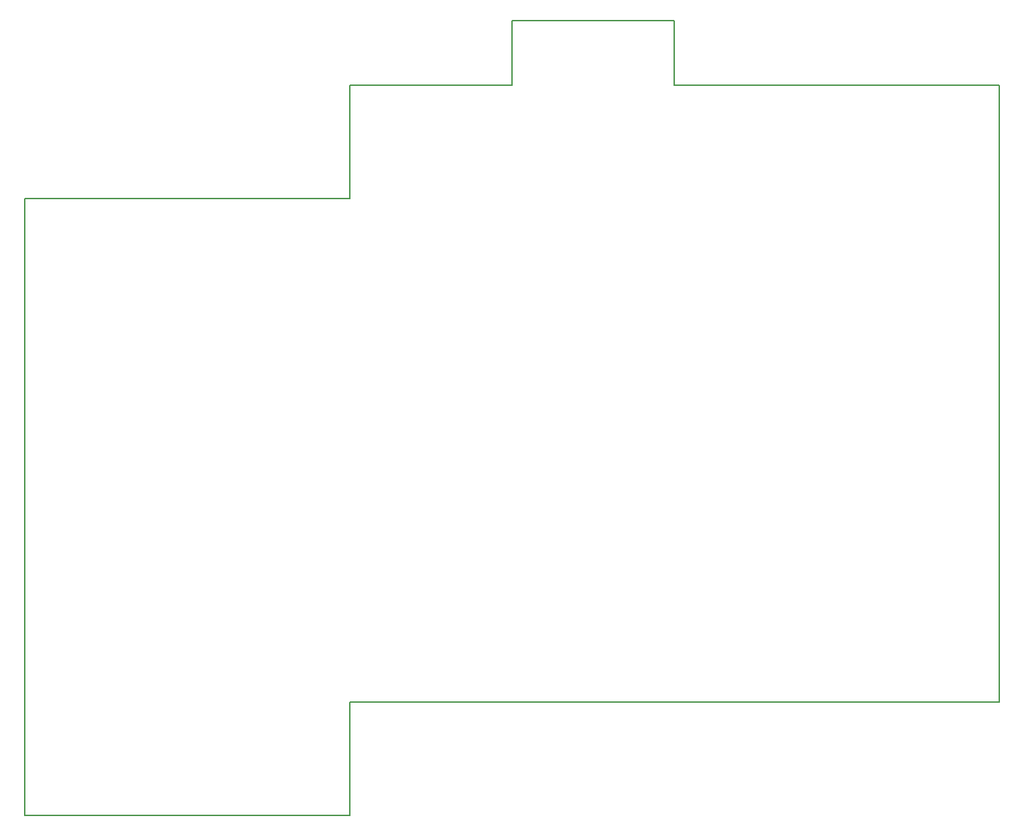
<source format=gbr>
%TF.GenerationSoftware,KiCad,Pcbnew,8.0.7*%
%TF.CreationDate,2025-01-04T23:43:43-07:00*%
%TF.ProjectId,left,6c656674-2e6b-4696-9361-645f70636258,v1.0.0*%
%TF.SameCoordinates,Original*%
%TF.FileFunction,Profile,NP*%
%FSLAX46Y46*%
G04 Gerber Fmt 4.6, Leading zero omitted, Abs format (unit mm)*
G04 Created by KiCad (PCBNEW 8.0.7) date 2025-01-04 23:43:43*
%MOMM*%
%LPD*%
G01*
G04 APERTURE LIST*
%TA.AperFunction,Profile*%
%ADD10C,0.150000*%
%TD*%
G04 APERTURE END LIST*
D10*
X90000000Y-159500000D02*
X90000000Y-83500000D01*
X90000000Y-83500000D02*
X130000000Y-83500000D01*
X130000000Y-83500000D02*
X130000000Y-69500000D01*
X130000000Y-69500000D02*
X150000000Y-69500000D01*
X150000000Y-69500000D02*
X150000000Y-61500000D01*
X150000000Y-61500000D02*
X170000000Y-61500000D01*
X170000000Y-61500000D02*
X170000000Y-69500000D01*
X170000000Y-69500000D02*
X210000000Y-69500000D01*
X210000000Y-69500000D02*
X210000000Y-145500000D01*
X130000000Y-145500000D02*
X210000000Y-145500000D01*
X130000000Y-145500000D02*
X130000000Y-159500000D01*
X130000000Y-159500000D02*
X90000000Y-159500000D01*
M02*

</source>
